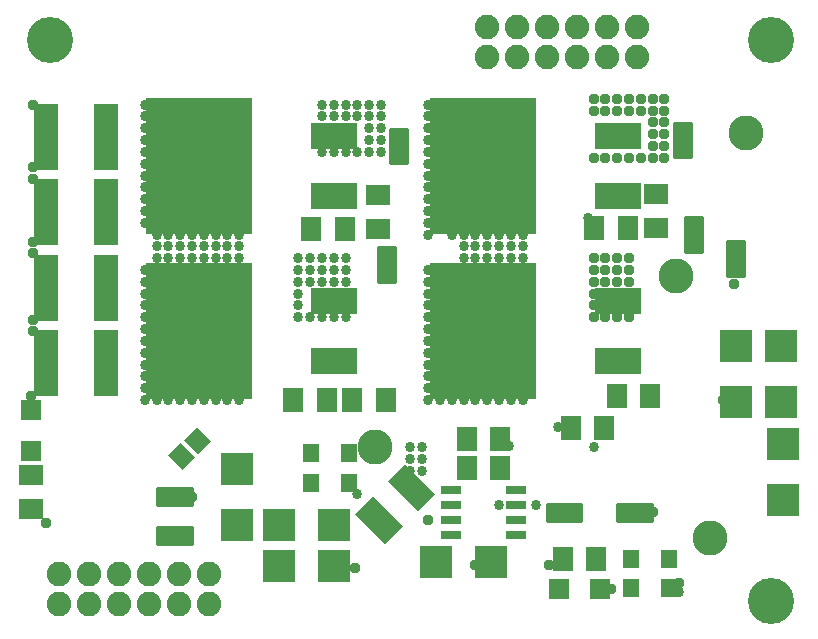
<source format=gbr>
G04 EAGLE Gerber RS-274X export*
G75*
%MOMM*%
%FSLAX34Y34*%
%LPD*%
%INSoldermask Top*%
%IPPOS*%
%AMOC8*
5,1,8,0,0,1.08239X$1,22.5*%
G01*
%ADD10R,1.803200X2.003200*%
%ADD11R,2.103200X3.603200*%
%ADD12R,1.723200X0.803200*%
%ADD13R,2.743200X2.743200*%
%ADD14R,1.317800X1.564400*%
%ADD15R,4.013200X2.286000*%
%ADD16R,9.093200X11.633200*%
%ADD17R,1.803200X2.006200*%
%ADD18R,2.006200X1.803200*%
%ADD19R,2.053200X5.703200*%
%ADD20R,1.703200X1.703200*%
%ADD21C,2.963200*%
%ADD22C,2.082800*%
%ADD23R,1.503200X1.703200*%
%ADD24C,3.903200*%
%ADD25C,0.425800*%
%ADD26C,0.859600*%
%ADD27C,0.959600*%


D10*
X393000Y177000D03*
X421000Y177000D03*
X393000Y152000D03*
X421000Y152000D03*
D11*
G36*
X338386Y102908D02*
X323514Y88036D01*
X298036Y113514D01*
X312908Y128386D01*
X338386Y102908D01*
G37*
G36*
X365964Y130486D02*
X351092Y115614D01*
X325614Y141092D01*
X340486Y155964D01*
X365964Y130486D01*
G37*
D12*
X379400Y108650D03*
X379400Y121350D03*
X379400Y134050D03*
X379400Y95950D03*
X434600Y108650D03*
X434600Y121350D03*
X434600Y134050D03*
X434600Y95950D03*
D13*
X366505Y73000D03*
X413495Y73000D03*
D14*
X531996Y75000D03*
X564004Y75000D03*
X531996Y51000D03*
X564004Y51000D03*
D15*
X520400Y242900D03*
X520400Y293700D03*
D16*
X406100Y268300D03*
D17*
X548160Y213000D03*
X519720Y213000D03*
X480780Y186380D03*
X509220Y186380D03*
D15*
X520400Y382900D03*
X520400Y433700D03*
D16*
X406100Y408300D03*
D18*
X553000Y355840D03*
X553000Y384280D03*
D17*
X500780Y355380D03*
X529220Y355380D03*
D14*
X260996Y165000D03*
X293004Y165000D03*
X260996Y140000D03*
X293004Y140000D03*
D15*
X280400Y242900D03*
X280400Y293700D03*
D16*
X166100Y268300D03*
D17*
X324220Y210000D03*
X295780Y210000D03*
X245780Y210000D03*
X274220Y210000D03*
D15*
X280400Y382900D03*
X280400Y433700D03*
D16*
X166100Y408300D03*
D18*
X317680Y354840D03*
X317680Y383280D03*
D17*
X260920Y354380D03*
X289360Y354380D03*
D19*
X87000Y369000D03*
X36000Y369000D03*
X87000Y433000D03*
X36000Y433000D03*
X87000Y305000D03*
X36000Y305000D03*
X87000Y241000D03*
X36000Y241000D03*
D13*
X198000Y104505D03*
X198000Y151495D03*
X621000Y255495D03*
X621000Y208505D03*
D18*
X24000Y117780D03*
X24000Y146220D03*
D17*
X473780Y75000D03*
X502220Y75000D03*
D20*
X24000Y201500D03*
X24000Y166500D03*
X505500Y50000D03*
X470500Y50000D03*
D21*
X315000Y170000D03*
X570000Y315000D03*
X629000Y436000D03*
X599000Y93000D03*
D22*
X47000Y37000D03*
X47000Y62400D03*
X72400Y37000D03*
X72400Y62400D03*
X97800Y37000D03*
X97800Y62400D03*
X123200Y37000D03*
X123200Y62400D03*
X148600Y37000D03*
X148600Y62400D03*
X174000Y37000D03*
X174000Y62400D03*
X410000Y500000D03*
X410000Y525400D03*
X435400Y500000D03*
X435400Y525400D03*
X460800Y500000D03*
X460800Y525400D03*
X486200Y500000D03*
X486200Y525400D03*
X511600Y500000D03*
X511600Y525400D03*
X537000Y500000D03*
X537000Y525400D03*
D23*
G36*
X162618Y161575D02*
X151989Y150946D01*
X139946Y162989D01*
X150575Y173618D01*
X162618Y161575D01*
G37*
G36*
X176054Y175011D02*
X165425Y164382D01*
X153382Y176425D01*
X164011Y187054D01*
X176054Y175011D01*
G37*
D24*
X650000Y40000D03*
X40000Y515000D03*
X650000Y515000D03*
D25*
X488887Y121387D02*
X461113Y121387D01*
X488887Y121387D02*
X488887Y108613D01*
X461113Y108613D01*
X461113Y121387D01*
X461113Y112658D02*
X488887Y112658D01*
X488887Y116703D02*
X461113Y116703D01*
X461113Y120748D02*
X488887Y120748D01*
X158887Y88613D02*
X131113Y88613D01*
X131113Y101387D01*
X158887Y101387D01*
X158887Y88613D01*
X158887Y92658D02*
X131113Y92658D01*
X131113Y96703D02*
X158887Y96703D01*
X158887Y100748D02*
X131113Y100748D01*
X328613Y411113D02*
X328613Y438887D01*
X341387Y438887D01*
X341387Y411113D01*
X328613Y411113D01*
X328613Y415158D02*
X341387Y415158D01*
X341387Y419203D02*
X328613Y419203D01*
X328613Y423248D02*
X341387Y423248D01*
X341387Y427293D02*
X328613Y427293D01*
X328613Y431338D02*
X341387Y431338D01*
X341387Y435383D02*
X328613Y435383D01*
X568613Y443887D02*
X568613Y416113D01*
X568613Y443887D02*
X581387Y443887D01*
X581387Y416113D01*
X568613Y416113D01*
X568613Y420158D02*
X581387Y420158D01*
X581387Y424203D02*
X568613Y424203D01*
X568613Y428248D02*
X581387Y428248D01*
X581387Y432293D02*
X568613Y432293D01*
X568613Y436338D02*
X581387Y436338D01*
X581387Y440383D02*
X568613Y440383D01*
X591387Y363887D02*
X591387Y336113D01*
X578613Y336113D01*
X578613Y363887D01*
X591387Y363887D01*
X591387Y340158D02*
X578613Y340158D01*
X578613Y344203D02*
X591387Y344203D01*
X591387Y348248D02*
X578613Y348248D01*
X578613Y352293D02*
X591387Y352293D01*
X591387Y356338D02*
X578613Y356338D01*
X578613Y360383D02*
X591387Y360383D01*
X331387Y338887D02*
X331387Y311113D01*
X318613Y311113D01*
X318613Y338887D01*
X331387Y338887D01*
X331387Y315158D02*
X318613Y315158D01*
X318613Y319203D02*
X331387Y319203D01*
X331387Y323248D02*
X318613Y323248D01*
X318613Y327293D02*
X331387Y327293D01*
X331387Y331338D02*
X318613Y331338D01*
X318613Y335383D02*
X331387Y335383D01*
X521113Y121387D02*
X548887Y121387D01*
X548887Y108613D01*
X521113Y108613D01*
X521113Y121387D01*
X521113Y112658D02*
X548887Y112658D01*
X548887Y116703D02*
X521113Y116703D01*
X521113Y120748D02*
X548887Y120748D01*
X158887Y121613D02*
X131113Y121613D01*
X131113Y134387D01*
X158887Y134387D01*
X158887Y121613D01*
X158887Y125658D02*
X131113Y125658D01*
X131113Y129703D02*
X158887Y129703D01*
X158887Y133748D02*
X131113Y133748D01*
X613613Y316113D02*
X613613Y343887D01*
X626387Y343887D01*
X626387Y316113D01*
X613613Y316113D01*
X613613Y320158D02*
X626387Y320158D01*
X626387Y324203D02*
X613613Y324203D01*
X613613Y328248D02*
X626387Y328248D01*
X626387Y332293D02*
X613613Y332293D01*
X613613Y336338D02*
X626387Y336338D01*
X626387Y340383D02*
X613613Y340383D01*
D13*
X233505Y69000D03*
X280495Y69000D03*
X233505Y104000D03*
X280495Y104000D03*
X660000Y172495D03*
X660000Y125505D03*
X659000Y255495D03*
X659000Y208505D03*
D26*
X360000Y460000D03*
X360000Y450000D03*
X360000Y440000D03*
X360000Y430000D03*
X360000Y420000D03*
X360000Y410000D03*
X360000Y400000D03*
X360000Y390000D03*
X360000Y380000D03*
X360000Y370000D03*
X360000Y360000D03*
X360000Y350000D03*
X370000Y360000D03*
X370000Y370000D03*
X370000Y380000D03*
X370000Y390000D03*
X370000Y400000D03*
X370000Y410000D03*
X370000Y420000D03*
X370000Y430000D03*
X370000Y440000D03*
X370000Y450000D03*
X370000Y460000D03*
X380000Y460000D03*
X380000Y450000D03*
X380000Y440000D03*
X380000Y430000D03*
X380000Y420000D03*
X380000Y410000D03*
X380000Y400000D03*
X380000Y390000D03*
X380000Y380000D03*
X380000Y370000D03*
X380000Y360000D03*
X380000Y350000D03*
X390000Y460000D03*
X390000Y450000D03*
X390000Y440000D03*
X390000Y430000D03*
X390000Y420000D03*
X390000Y410000D03*
X390000Y400000D03*
X390000Y390000D03*
X390000Y380000D03*
X390000Y370000D03*
X390000Y360000D03*
X390000Y350000D03*
X390000Y340000D03*
X400000Y340000D03*
X400000Y350000D03*
X400000Y360000D03*
X400000Y370000D03*
X400000Y380000D03*
X400000Y390000D03*
X400000Y400000D03*
X400000Y410000D03*
X400000Y420000D03*
X400000Y430000D03*
X400000Y440000D03*
X400000Y450000D03*
X400000Y460000D03*
X410000Y460000D03*
X410000Y450000D03*
X410000Y440000D03*
X410000Y430000D03*
X410000Y420000D03*
X410000Y410000D03*
X410000Y400000D03*
X410000Y390000D03*
X410000Y380000D03*
X410000Y370000D03*
X410000Y360000D03*
X410000Y350000D03*
X410000Y340000D03*
X420000Y460000D03*
X420000Y450000D03*
X420000Y440000D03*
X420000Y430000D03*
X420000Y420000D03*
X420000Y410000D03*
X420000Y400000D03*
X420000Y390000D03*
X420000Y380000D03*
X420000Y370000D03*
X420000Y360000D03*
X420000Y350000D03*
X420000Y340000D03*
X430000Y340000D03*
X430000Y350000D03*
X430000Y360000D03*
X430000Y370000D03*
X430000Y380000D03*
X430000Y390000D03*
X430000Y400000D03*
X430000Y410000D03*
X430000Y420000D03*
X430000Y430000D03*
X430000Y440000D03*
X430000Y450000D03*
X430000Y460000D03*
X440000Y460000D03*
X440000Y450000D03*
X440000Y440000D03*
X440000Y430000D03*
X440000Y420000D03*
X440000Y410000D03*
X440000Y400000D03*
X440000Y390000D03*
X440000Y380000D03*
X440000Y370000D03*
X440000Y360000D03*
X440000Y350000D03*
X440000Y340000D03*
X360000Y320000D03*
X360000Y310000D03*
X360000Y300000D03*
X360000Y290000D03*
X360000Y280000D03*
X360000Y270000D03*
X360000Y260000D03*
X360000Y250000D03*
X360000Y240000D03*
X360000Y230000D03*
X360000Y220000D03*
X360000Y210000D03*
X370000Y210000D03*
X370000Y220000D03*
X370000Y230000D03*
X370000Y240000D03*
X370000Y250000D03*
X370000Y260000D03*
X370000Y270000D03*
X370000Y280000D03*
X370000Y290000D03*
X370000Y300000D03*
X370000Y310000D03*
X380000Y320000D03*
X380000Y310000D03*
X380000Y300000D03*
X380000Y290000D03*
X380000Y280000D03*
X380000Y270000D03*
X380000Y260000D03*
X380000Y250000D03*
X380000Y240000D03*
X380000Y230000D03*
X380000Y220000D03*
X380000Y210000D03*
X390000Y330000D03*
X390000Y320000D03*
X390000Y310000D03*
X390000Y300000D03*
X390000Y290000D03*
X390000Y280000D03*
X390000Y270000D03*
X390000Y260000D03*
X390000Y250000D03*
X390000Y240000D03*
X390000Y230000D03*
X390000Y220000D03*
X390000Y210000D03*
X400000Y210000D03*
X400000Y220000D03*
X400000Y230000D03*
X400000Y240000D03*
X400000Y250000D03*
X400000Y260000D03*
X400000Y270000D03*
X400000Y280000D03*
X400000Y290000D03*
X400000Y300000D03*
X400000Y310000D03*
X400000Y320000D03*
X400000Y330000D03*
X410000Y330000D03*
X410000Y320000D03*
X410000Y310000D03*
X410000Y300000D03*
X410000Y290000D03*
X410000Y280000D03*
X410000Y270000D03*
X410000Y260000D03*
X410000Y250000D03*
X410000Y240000D03*
X410000Y230000D03*
X410000Y220000D03*
X410000Y210000D03*
X420000Y330000D03*
X420000Y320000D03*
X420000Y310000D03*
X420000Y300000D03*
X420000Y290000D03*
X420000Y280000D03*
X420000Y270000D03*
X420000Y260000D03*
X420000Y250000D03*
X420000Y240000D03*
X420000Y230000D03*
X420000Y220000D03*
X420000Y210000D03*
X430000Y210000D03*
X430000Y220000D03*
X430000Y230000D03*
X430000Y240000D03*
X430000Y250000D03*
X430000Y260000D03*
X430000Y270000D03*
X430000Y280000D03*
X430000Y290000D03*
X430000Y300000D03*
X430000Y310000D03*
X430000Y320000D03*
X430000Y330000D03*
X440000Y330000D03*
X440000Y320000D03*
X440000Y310000D03*
X440000Y300000D03*
X440000Y290000D03*
X440000Y280000D03*
X440000Y270000D03*
X440000Y260000D03*
X440000Y250000D03*
X440000Y240000D03*
X440000Y230000D03*
X440000Y220000D03*
X440000Y210000D03*
D27*
X610000Y210000D03*
D26*
X290000Y330000D03*
X280000Y330000D03*
X270000Y330000D03*
X270000Y320000D03*
X280000Y320000D03*
X290000Y320000D03*
X290000Y310000D03*
X280000Y310000D03*
X270000Y310000D03*
X270000Y420000D03*
X280000Y420000D03*
X290000Y420000D03*
X300000Y420000D03*
X310000Y420000D03*
X310000Y430000D03*
X310000Y440000D03*
X310000Y450000D03*
X300000Y450000D03*
X290000Y450000D03*
X280000Y450000D03*
X270000Y450000D03*
X270000Y460000D03*
X280000Y460000D03*
X290000Y460000D03*
X300000Y460000D03*
X310000Y460000D03*
X320000Y460000D03*
X320000Y450000D03*
X320000Y440000D03*
X320000Y430000D03*
X320000Y420000D03*
X290000Y280000D03*
X280000Y280000D03*
X270000Y280000D03*
X260000Y280000D03*
X250000Y280000D03*
X250000Y290000D03*
X250000Y300000D03*
X250000Y310000D03*
X260000Y310000D03*
X260000Y320000D03*
X250000Y320000D03*
X250000Y330000D03*
X260000Y330000D03*
X345000Y150000D03*
X355000Y150000D03*
X355000Y160000D03*
X345000Y160000D03*
X345000Y170000D03*
X355000Y170000D03*
X300000Y130000D03*
X120000Y460000D03*
X120000Y450000D03*
X120000Y440000D03*
X120000Y430000D03*
X120000Y420000D03*
X120000Y410000D03*
X120000Y400000D03*
X120000Y390000D03*
X120000Y380000D03*
X120000Y370000D03*
X120000Y360000D03*
X130000Y340000D03*
X130000Y350000D03*
X130000Y360000D03*
X130000Y370000D03*
X130000Y380000D03*
X130000Y390000D03*
X130000Y400000D03*
X130000Y410000D03*
X130000Y420000D03*
X130000Y430000D03*
X130000Y440000D03*
X130000Y450000D03*
X130000Y460000D03*
X140000Y460000D03*
X140000Y450000D03*
X140000Y440000D03*
X140000Y430000D03*
X140000Y420000D03*
X140000Y410000D03*
X140000Y400000D03*
X140000Y390000D03*
X140000Y380000D03*
X140000Y370000D03*
X140000Y360000D03*
X140000Y350000D03*
X140000Y340000D03*
X150000Y460000D03*
X150000Y450000D03*
X150000Y440000D03*
X150000Y430000D03*
X150000Y420000D03*
X150000Y410000D03*
X150000Y400000D03*
X150000Y390000D03*
X150000Y380000D03*
X150000Y370000D03*
X150000Y360000D03*
X150000Y350000D03*
X150000Y340000D03*
X160000Y340000D03*
X160000Y350000D03*
X160000Y360000D03*
X160000Y370000D03*
X160000Y380000D03*
X160000Y390000D03*
X160000Y400000D03*
X160000Y410000D03*
X160000Y420000D03*
X160000Y430000D03*
X160000Y440000D03*
X160000Y450000D03*
X160000Y460000D03*
X170000Y460000D03*
X170000Y450000D03*
X170000Y440000D03*
X170000Y430000D03*
X170000Y420000D03*
X170000Y410000D03*
X170000Y400000D03*
X170000Y390000D03*
X170000Y380000D03*
X170000Y370000D03*
X170000Y360000D03*
X170000Y350000D03*
X170000Y340000D03*
X180000Y460000D03*
X180000Y450000D03*
X180000Y440000D03*
X180000Y430000D03*
X180000Y420000D03*
X180000Y410000D03*
X180000Y400000D03*
X180000Y390000D03*
X180000Y380000D03*
X180000Y370000D03*
X180000Y360000D03*
X180000Y350000D03*
X180000Y340000D03*
X190000Y340000D03*
X190000Y350000D03*
X190000Y360000D03*
X190000Y370000D03*
X190000Y380000D03*
X190000Y390000D03*
X190000Y400000D03*
X190000Y410000D03*
X190000Y420000D03*
X190000Y430000D03*
X190000Y440000D03*
X190000Y450000D03*
X190000Y460000D03*
X200000Y460000D03*
X200000Y450000D03*
X200000Y440000D03*
X200000Y430000D03*
X200000Y420000D03*
X200000Y410000D03*
X200000Y400000D03*
X200000Y390000D03*
X200000Y380000D03*
X200000Y370000D03*
X200000Y360000D03*
X200000Y350000D03*
X200000Y340000D03*
X120000Y320000D03*
X120000Y310000D03*
X120000Y300000D03*
X120000Y290000D03*
X120000Y280000D03*
X120000Y270000D03*
X120000Y260000D03*
X120000Y250000D03*
X120000Y240000D03*
X120000Y230000D03*
X120000Y220000D03*
X120000Y210000D03*
X130000Y210000D03*
X130000Y220000D03*
X130000Y230000D03*
X130000Y240000D03*
X130000Y250000D03*
X130000Y260000D03*
X130000Y270000D03*
X130000Y280000D03*
X130000Y290000D03*
X130000Y300000D03*
X130000Y310000D03*
X130000Y320000D03*
X130000Y330000D03*
X140000Y330000D03*
X140000Y320000D03*
X140000Y310000D03*
X140000Y300000D03*
X140000Y290000D03*
X140000Y280000D03*
X140000Y270000D03*
X140000Y260000D03*
X140000Y250000D03*
X140000Y240000D03*
X140000Y230000D03*
X140000Y220000D03*
X140000Y210000D03*
X150000Y330000D03*
X150000Y320000D03*
X150000Y310000D03*
X150000Y300000D03*
X150000Y290000D03*
X150000Y280000D03*
X150000Y270000D03*
X150000Y260000D03*
X150000Y250000D03*
X150000Y240000D03*
X150000Y230000D03*
X150000Y220000D03*
X150000Y210000D03*
X160000Y210000D03*
X160000Y220000D03*
X160000Y230000D03*
X160000Y240000D03*
X160000Y250000D03*
X160000Y260000D03*
X160000Y270000D03*
X160000Y280000D03*
X160000Y290000D03*
X160000Y300000D03*
X160000Y310000D03*
X160000Y320000D03*
X160000Y330000D03*
X170000Y330000D03*
X170000Y320000D03*
X170000Y310000D03*
X170000Y300000D03*
X170000Y290000D03*
X170000Y280000D03*
X170000Y270000D03*
X170000Y260000D03*
X170000Y250000D03*
X170000Y240000D03*
X170000Y230000D03*
X170000Y220000D03*
X170000Y210000D03*
X180000Y330000D03*
X180000Y320000D03*
X180000Y310000D03*
X180000Y300000D03*
X180000Y290000D03*
X180000Y280000D03*
X180000Y270000D03*
X180000Y260000D03*
X180000Y250000D03*
X180000Y240000D03*
X180000Y230000D03*
X180000Y220000D03*
X180000Y210000D03*
X190000Y210000D03*
X190000Y220000D03*
X190000Y230000D03*
X190000Y240000D03*
X190000Y250000D03*
X190000Y260000D03*
X190000Y270000D03*
X190000Y280000D03*
X190000Y290000D03*
X190000Y300000D03*
X190000Y310000D03*
X190000Y320000D03*
X190000Y330000D03*
X200000Y330000D03*
X200000Y320000D03*
X200000Y310000D03*
X200000Y300000D03*
X200000Y290000D03*
X200000Y280000D03*
X200000Y270000D03*
X200000Y260000D03*
X200000Y250000D03*
X200000Y240000D03*
X200000Y230000D03*
X200000Y220000D03*
X200000Y210000D03*
D27*
X36000Y106000D03*
X298000Y68000D03*
X360000Y108650D03*
D26*
X500000Y170000D03*
D27*
X25000Y268000D03*
X25000Y278000D03*
X25000Y334000D03*
X25000Y344000D03*
X25000Y397000D03*
X25000Y407000D03*
X25000Y460000D03*
X24000Y213000D03*
X515000Y50000D03*
X572000Y55000D03*
D26*
X420000Y121000D03*
X451000Y121000D03*
X428000Y171000D03*
X420000Y171000D03*
X470000Y187000D03*
X495000Y364000D03*
X572000Y47000D03*
D27*
X550000Y425000D03*
X560000Y425000D03*
X560000Y435000D03*
X550000Y435000D03*
X550000Y415000D03*
X540000Y415000D03*
X530000Y415000D03*
X520000Y415000D03*
X510000Y415000D03*
X500000Y415000D03*
X560000Y445000D03*
X560000Y455000D03*
X550000Y445000D03*
X550000Y455000D03*
X560000Y415000D03*
X540000Y455000D03*
X530000Y455000D03*
X520000Y455000D03*
X510000Y455000D03*
X500000Y455000D03*
X500000Y465000D03*
X510000Y465000D03*
X520000Y465000D03*
X530000Y465000D03*
X540000Y465000D03*
X550000Y465000D03*
X560000Y465000D03*
X500000Y280000D03*
X510000Y280000D03*
X520000Y280000D03*
X530000Y280000D03*
X500000Y290000D03*
X500000Y300000D03*
X500000Y310000D03*
X510000Y310000D03*
X520000Y310000D03*
X530000Y310000D03*
X530000Y320000D03*
X520000Y320000D03*
X510000Y320000D03*
X500000Y320000D03*
X500000Y330000D03*
X510000Y330000D03*
X520000Y330000D03*
X530000Y330000D03*
X550000Y115000D03*
X160000Y128000D03*
X619000Y308000D03*
X462000Y70000D03*
X400000Y70000D03*
M02*

</source>
